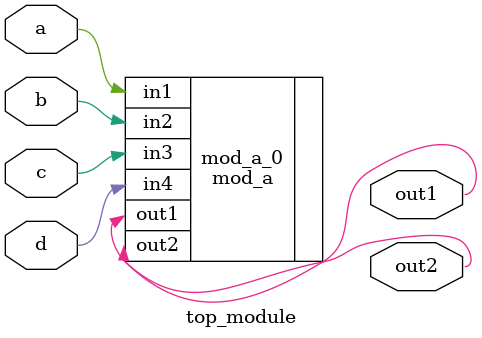
<source format=v>
module top_module (
    input a,
    input b,
    input c,
    input d,
    output out1,
    output out2
);

mod_a mod_a_0 (
    .out1(out1),
    .out2(out2),
    .in1(a),
    .in2(b),
    .in3(c),
    .in4(d)
);

endmodule
</source>
